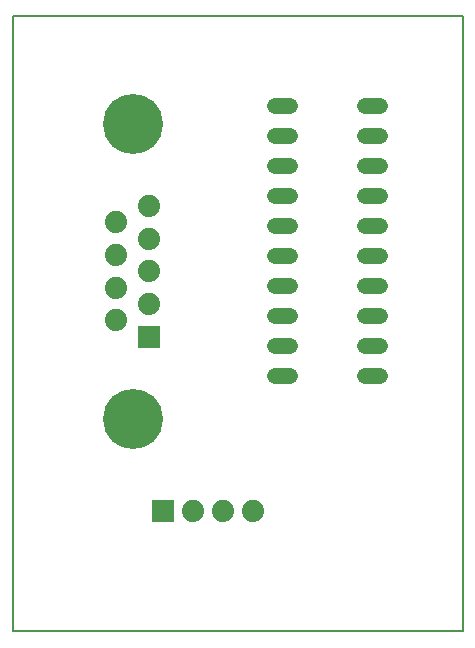
<source format=gtl>
G75*
%MOIN*%
%OFA0B0*%
%FSLAX25Y25*%
%IPPOS*%
%LPD*%
%AMOC8*
5,1,8,0,0,1.08239X$1,22.5*
%
%ADD10C,0.00800*%
%ADD11C,0.05200*%
%ADD12R,0.07400X0.07400*%
%ADD13C,0.07400*%
%ADD14C,0.20000*%
D10*
X0023632Y0090000D02*
X0023632Y0295000D01*
X0173632Y0295000D01*
X0173632Y0090000D01*
X0023632Y0090000D01*
D11*
X0111032Y0175000D02*
X0116232Y0175000D01*
X0116232Y0185000D02*
X0111032Y0185000D01*
X0111032Y0195000D02*
X0116232Y0195000D01*
X0116232Y0205000D02*
X0111032Y0205000D01*
X0111032Y0215000D02*
X0116232Y0215000D01*
X0116232Y0225000D02*
X0111032Y0225000D01*
X0111032Y0235000D02*
X0116232Y0235000D01*
X0116232Y0245000D02*
X0111032Y0245000D01*
X0111032Y0255000D02*
X0116232Y0255000D01*
X0116232Y0265000D02*
X0111032Y0265000D01*
X0141032Y0265000D02*
X0146232Y0265000D01*
X0146232Y0255000D02*
X0141032Y0255000D01*
X0141032Y0245000D02*
X0146232Y0245000D01*
X0146232Y0235000D02*
X0141032Y0235000D01*
X0141032Y0225000D02*
X0146232Y0225000D01*
X0146232Y0215000D02*
X0141032Y0215000D01*
X0141032Y0205000D02*
X0146232Y0205000D01*
X0146232Y0195000D02*
X0141032Y0195000D01*
X0141032Y0185000D02*
X0146232Y0185000D01*
X0146232Y0175000D02*
X0141032Y0175000D01*
D12*
X0069223Y0188189D03*
X0073632Y0130000D03*
D13*
X0083632Y0130000D03*
X0093632Y0130000D03*
X0103632Y0130000D03*
X0058042Y0193661D03*
X0069223Y0199094D03*
X0058042Y0204567D03*
X0069223Y0210000D03*
X0058042Y0215433D03*
X0069223Y0220906D03*
X0058042Y0226339D03*
X0069223Y0231811D03*
D14*
X0063632Y0259213D03*
X0063632Y0160787D03*
M02*

</source>
